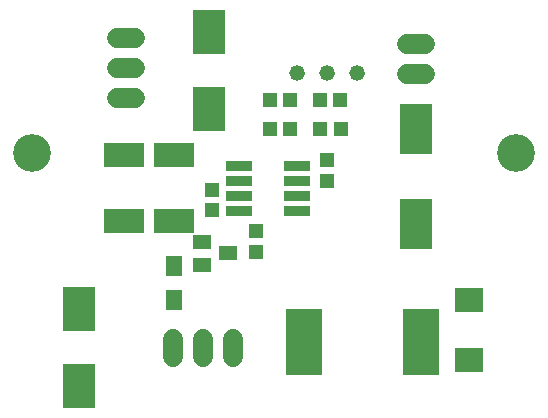
<source format=gbr>
G04 EAGLE Gerber RS-274X export*
G75*
%MOMM*%
%FSLAX34Y34*%
%LPD*%
%INSoldermask Top*%
%IPPOS*%
%AMOC8*
5,1,8,0,0,1.08239X$1,22.5*%
G01*
%ADD10C,3.203200*%
%ADD11R,2.703200X3.703200*%
%ADD12R,2.703200X4.203200*%
%ADD13R,1.283200X1.253200*%
%ADD14R,1.303200X1.203200*%
%ADD15R,1.203200X1.303200*%
%ADD16R,3.403200X2.003200*%
%ADD17R,3.103200X5.603200*%
%ADD18R,2.171700X0.805100*%
%ADD19C,1.727200*%
%ADD20C,1.320800*%
%ADD21R,1.253200X1.283200*%
%ADD22R,2.403200X2.003200*%
%ADD23R,1.603200X1.203200*%
%ADD24R,1.403200X1.703200*%


D10*
X20000Y230000D03*
X430000Y230000D03*
D11*
X170000Y267500D03*
X170000Y332500D03*
D12*
X345000Y250000D03*
X345000Y170000D03*
D13*
X270000Y223750D03*
X270000Y206250D03*
D14*
X172500Y198500D03*
X172500Y181500D03*
D15*
X281000Y275000D03*
X264000Y275000D03*
D16*
X140000Y228000D03*
X140000Y172000D03*
D17*
X349500Y70000D03*
X250500Y70000D03*
D18*
X244734Y180950D03*
X244734Y193650D03*
X244734Y206350D03*
X244734Y219050D03*
X195266Y219050D03*
X195266Y206350D03*
X195266Y193650D03*
X195266Y180950D03*
D19*
X107620Y327500D02*
X92380Y327500D01*
X92380Y302100D02*
X107620Y302100D01*
X107620Y276700D02*
X92380Y276700D01*
X337380Y322000D02*
X352620Y322000D01*
X352620Y296600D02*
X337380Y296600D01*
D20*
X244600Y297300D03*
X270000Y297300D03*
X295400Y297300D03*
D19*
X139600Y72220D02*
X139600Y56980D01*
X165000Y56980D02*
X165000Y72220D01*
X190400Y72220D02*
X190400Y56980D01*
D11*
X60000Y32500D03*
X60000Y97500D03*
D21*
X263750Y250000D03*
X281250Y250000D03*
D14*
X210000Y146500D03*
X210000Y163500D03*
D22*
X390000Y105500D03*
X390000Y54500D03*
D23*
X164000Y154500D03*
X186000Y145000D03*
X164000Y135500D03*
D24*
X140000Y105500D03*
X140000Y134500D03*
D16*
X97500Y228000D03*
X97500Y172000D03*
D15*
X238500Y275000D03*
X221500Y275000D03*
X221500Y250000D03*
X238500Y250000D03*
M02*

</source>
